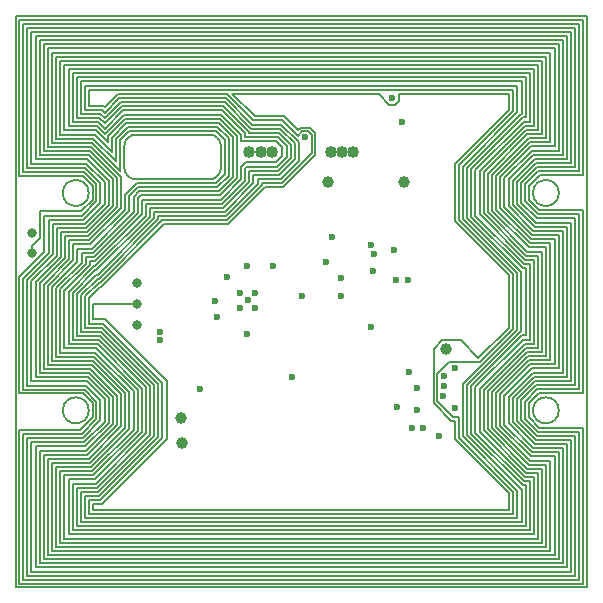
<source format=gbr>
%TF.GenerationSoftware,KiCad,Pcbnew,5.0.2-bee76a0~70~ubuntu18.04.1*%
%TF.CreationDate,2020-02-29T17:16:54-08:00*%
%TF.ProjectId,SolarCellZ_v1,536f6c61-7243-4656-9c6c-5a5f76312e6b,rev?*%
%TF.SameCoordinates,Original*%
%TF.FileFunction,Copper,L3,Inr*%
%TF.FilePolarity,Positive*%
%FSLAX46Y46*%
G04 Gerber Fmt 4.6, Leading zero omitted, Abs format (unit mm)*
G04 Created by KiCad (PCBNEW 5.0.2-bee76a0~70~ubuntu18.04.1) date Sat 29 Feb 2020 05:16:54 PM PST*
%MOMM*%
%LPD*%
G01*
G04 APERTURE LIST*
%ADD10C,0.200000*%
%ADD11C,1.016000*%
%ADD12C,1.000000*%
%ADD13C,0.600000*%
%ADD14C,0.800000*%
%ADD15C,0.190000*%
G04 APERTURE END LIST*
D10*
X136007500Y-73391000D02*
G75*
G03X136007500Y-73391000I-1100000J0D01*
G01*
X96207500Y-73391000D02*
G75*
G03X96207500Y-73391000I-1100000J0D01*
G01*
X107407500Y-52841000D02*
G75*
G02X106407500Y-53841000I-1000000J0D01*
G01*
X100207500Y-53841000D02*
G75*
G02X99207500Y-52841000I0J1000000D01*
G01*
X106407500Y-50041000D02*
G75*
G02X107407500Y-51041000I0J-1000000D01*
G01*
X99207500Y-51041000D02*
G75*
G02X100207500Y-50041000I1000000J0D01*
G01*
X96207500Y-54991000D02*
G75*
G03X96207500Y-54991000I-1100000J0D01*
G01*
X106407500Y-50041000D02*
X100207500Y-50041000D01*
X138407500Y-39991000D02*
X138407500Y-88391000D01*
X138407500Y-88391000D02*
X90007500Y-88391000D01*
X90007500Y-88391000D02*
X90007500Y-39991000D01*
X90007500Y-39991000D02*
X138407500Y-39991000D01*
X100207500Y-53841000D02*
X106407500Y-53841000D01*
X136007500Y-54991000D02*
G75*
G03X136007500Y-54991000I-1100000J0D01*
G01*
X107407500Y-52841000D02*
X107407500Y-51041000D01*
X99207500Y-51041000D02*
X99207500Y-52841000D01*
D11*
X116700000Y-51500000D03*
X117650000Y-51500000D03*
X111700000Y-51500000D03*
X110750000Y-51500000D03*
X118600000Y-51500000D03*
X109800000Y-51500000D03*
D12*
X116459000Y-54038500D03*
X122936000Y-54038500D03*
X126492000Y-68199000D03*
X104013000Y-74041000D03*
X104076500Y-76200000D03*
D13*
X126300000Y-71300000D03*
X124015500Y-71501000D03*
X120268110Y-61604791D03*
X120078500Y-66357500D03*
X127254000Y-69786500D03*
X123317000Y-70167500D03*
X107032512Y-65473693D03*
X109654340Y-64046100D03*
X110253760Y-64708256D03*
X108983760Y-64708256D03*
X110261400Y-63439040D03*
X108983760Y-63463656D03*
X122237500Y-62357000D03*
X123253500Y-62357000D03*
X122301000Y-73088500D03*
X127254000Y-73215500D03*
X113411000Y-70548500D03*
X122750000Y-48950000D03*
X126301500Y-70485000D03*
X120111294Y-59382647D03*
X126238000Y-72150000D03*
X120396000Y-60198000D03*
X121920000Y-46990000D03*
X122050000Y-59850000D03*
X116763500Y-58710000D03*
X114554000Y-50292000D03*
X124015500Y-73406000D03*
X117602000Y-62166500D03*
X116268500Y-60833000D03*
X109644160Y-66892656D03*
X107886500Y-62103000D03*
X114299990Y-63690500D03*
X117602000Y-63690500D03*
X125900000Y-75550000D03*
X109601000Y-61214000D03*
X111783650Y-61214000D03*
X105664000Y-71628000D03*
X106871078Y-64116433D03*
D14*
X91440000Y-58420000D03*
X91440000Y-60071000D03*
X100330000Y-64389000D03*
X100330000Y-62611000D03*
X100330000Y-66167000D03*
D13*
X123571000Y-74866500D03*
X124523500Y-74866500D03*
X102235000Y-67437000D03*
X102235000Y-66802000D03*
D15*
X96600000Y-64400000D02*
X98541000Y-64400000D01*
X102800000Y-70950000D02*
X97550000Y-65700000D01*
X96600000Y-81350000D02*
X97300000Y-81350000D01*
X96600000Y-81800000D02*
X96600000Y-81350000D01*
X131800000Y-80400000D02*
X131800000Y-81800000D01*
X127200000Y-75800000D02*
X131800000Y-80400000D01*
X126900000Y-74300000D02*
X127200000Y-74300000D01*
X125400000Y-68222438D02*
X125400000Y-72800000D01*
X126145439Y-67476999D02*
X125400000Y-68222438D01*
X129200000Y-68950000D02*
X127726999Y-67476999D01*
X127200000Y-57400000D02*
X131750000Y-61950000D01*
X122450000Y-46600000D02*
X131800000Y-46600000D01*
X122450000Y-47232562D02*
X122450000Y-46600000D01*
X121669439Y-47512001D02*
X122170561Y-47512001D01*
X110250000Y-48500000D02*
X108350000Y-46600000D01*
X113900000Y-49700000D02*
X112700000Y-48500000D01*
X114950000Y-49450000D02*
X114150000Y-49450000D01*
X115400000Y-49900000D02*
X114950000Y-49450000D01*
X108000000Y-57650000D02*
X111150000Y-54500000D01*
X96250000Y-63850000D02*
X97150000Y-62950000D01*
X97450000Y-66050000D02*
X96250000Y-66050000D01*
X96250000Y-82150000D02*
X96250000Y-81000000D01*
X132150000Y-82150000D02*
X96250000Y-82150000D01*
X127550000Y-75700000D02*
X132150000Y-80300000D01*
X127550000Y-73950000D02*
X127550000Y-75700000D01*
X125715999Y-72640561D02*
X127025438Y-73950000D01*
X125715999Y-70297939D02*
X125715999Y-72640561D01*
X126749439Y-69264499D02*
X125715999Y-70297939D01*
X132100000Y-66500000D02*
X129335501Y-69264499D01*
X132100000Y-61850000D02*
X132100000Y-66500000D01*
X127550000Y-57300000D02*
X132100000Y-61850000D01*
X127550000Y-52650000D02*
X127550000Y-57300000D01*
X96250000Y-47600000D02*
X96250000Y-46250000D01*
X110150000Y-48850000D02*
X107900000Y-46600000D01*
X112600000Y-48850000D02*
X110150000Y-48850000D01*
X114280001Y-49769999D02*
X113900000Y-50150000D01*
X115076001Y-50041439D02*
X114804561Y-49769999D01*
X112550000Y-54150000D02*
X115076001Y-51623999D01*
X110850000Y-54150000D02*
X112550000Y-54150000D01*
X107900000Y-57300000D02*
X110850000Y-54350000D01*
X96250000Y-66050000D02*
X96250000Y-63850000D01*
X102450000Y-57300000D02*
X107900000Y-57300000D01*
X97250000Y-62950000D02*
X102550000Y-57650000D01*
X95900000Y-63750000D02*
X97050000Y-62600000D01*
X95900000Y-66400000D02*
X95900000Y-63750000D01*
X102100000Y-75650000D02*
X102100000Y-71150000D01*
X97100000Y-80650000D02*
X102100000Y-75650000D01*
X95900000Y-82500000D02*
X95900000Y-80650000D01*
X132500000Y-82500000D02*
X95900000Y-82500000D01*
X102100000Y-71150000D02*
X97350000Y-66400000D01*
X127900000Y-71150000D02*
X127900000Y-75600000D01*
X127900000Y-57200000D02*
X132450000Y-61750000D01*
X132500000Y-45900000D02*
X132500000Y-48150000D01*
X97300000Y-47950000D02*
X95900000Y-47950000D01*
X132150000Y-48050000D02*
X127550000Y-52650000D01*
X97550000Y-48200000D02*
X97300000Y-47950000D01*
X107800000Y-46950000D02*
X98800000Y-46950000D01*
X112500000Y-49200000D02*
X110050000Y-49200000D01*
X97150000Y-62950000D02*
X97250000Y-62950000D01*
X97350000Y-66400000D02*
X95900000Y-66400000D01*
X114000000Y-50700000D02*
X112500000Y-49200000D01*
X114000000Y-52250000D02*
X114000000Y-50700000D01*
X95900000Y-45900000D02*
X132500000Y-45900000D01*
X112450000Y-53800000D02*
X114000000Y-52250000D01*
X107800000Y-56950000D02*
X110500000Y-54250000D01*
X95900000Y-80650000D02*
X97100000Y-80650000D01*
X102100000Y-56950000D02*
X107800000Y-56950000D01*
X102100000Y-57200000D02*
X102100000Y-56950000D01*
X96950000Y-62250000D02*
X97050000Y-62250000D01*
X95550000Y-66750000D02*
X95550000Y-63650000D01*
X97250000Y-66750000D02*
X95550000Y-66750000D01*
X97000000Y-80300000D02*
X101750000Y-75550000D01*
X132850000Y-80100000D02*
X132850000Y-82850000D01*
X111150000Y-54500000D02*
X112650000Y-54500000D01*
X128250000Y-71250000D02*
X128250000Y-75500000D01*
X132850000Y-48300000D02*
X132800000Y-48300000D01*
X95550000Y-45550000D02*
X132850000Y-45550000D01*
X95550000Y-48300000D02*
X95550000Y-45550000D01*
X107700000Y-47300000D02*
X98900000Y-47300000D01*
X109950000Y-49550000D02*
X107700000Y-47300000D01*
X132450000Y-61750000D02*
X132450000Y-66600000D01*
X113650000Y-52150000D02*
X113650000Y-50800000D01*
X107700000Y-56600000D02*
X110150000Y-54150000D01*
X101750000Y-57100000D02*
X101750000Y-56600000D01*
X96950000Y-61900000D02*
X101750000Y-57100000D01*
X95200000Y-67100000D02*
X95200000Y-63550000D01*
X97150000Y-67100000D02*
X95200000Y-67100000D01*
X101400000Y-71350000D02*
X97150000Y-67100000D01*
X101400000Y-75450000D02*
X101400000Y-71350000D01*
X95200000Y-79950000D02*
X96900000Y-79950000D01*
X95200000Y-83200000D02*
X95200000Y-79950000D01*
X133200000Y-83200000D02*
X95200000Y-83200000D01*
X128600000Y-75400000D02*
X132950000Y-79750000D01*
X128600000Y-71350000D02*
X128600000Y-75400000D01*
X132900000Y-67050000D02*
X128600000Y-71350000D01*
X133200000Y-45200000D02*
X133200000Y-48600000D01*
X95200000Y-48650000D02*
X95200000Y-45200000D01*
X110150000Y-53450000D02*
X112350000Y-53450000D01*
X97550000Y-49100000D02*
X97100000Y-48650000D01*
X99000000Y-47650000D02*
X97550000Y-49100000D01*
X113300000Y-50900000D02*
X112300000Y-49900000D01*
X107600000Y-56250000D02*
X109800000Y-54050000D01*
X101400000Y-56250000D02*
X107600000Y-56250000D01*
X96750000Y-61550000D02*
X96850000Y-61550000D01*
X94850000Y-67450000D02*
X94850000Y-63450000D01*
X97050000Y-67450000D02*
X94850000Y-67450000D01*
X101050000Y-71450000D02*
X97050000Y-67450000D01*
X131800000Y-46600000D02*
X131800000Y-47950000D01*
X101050000Y-75350000D02*
X101050000Y-71450000D01*
X96800000Y-79600000D02*
X101050000Y-75350000D01*
X94850000Y-83550000D02*
X94850000Y-79600000D01*
X132800000Y-61650000D02*
X132800000Y-66700000D01*
X109800000Y-53100000D02*
X112250000Y-53100000D01*
X133550000Y-79400000D02*
X133550000Y-83550000D01*
X128950000Y-75300000D02*
X133050000Y-79400000D01*
X128950000Y-71450000D02*
X128950000Y-75300000D01*
X133000000Y-67400000D02*
X128950000Y-71450000D01*
X133550000Y-67400000D02*
X133000000Y-67400000D01*
X133050000Y-48950000D02*
X128950000Y-53050000D01*
X133550000Y-44850000D02*
X133550000Y-48950000D01*
X94850000Y-63450000D02*
X96750000Y-61550000D01*
X97550000Y-49550000D02*
X97000000Y-49000000D01*
X99100000Y-48000000D02*
X97550000Y-49550000D01*
X97550000Y-65700000D02*
X96600000Y-65700000D01*
X107900000Y-46600000D02*
X98700000Y-46600000D01*
X132500000Y-80200000D02*
X132500000Y-82500000D01*
X107500000Y-48000000D02*
X99100000Y-48000000D01*
X109450000Y-49950000D02*
X107500000Y-48000000D01*
X109450000Y-50250000D02*
X109450000Y-49950000D01*
X112200000Y-50250000D02*
X109450000Y-50250000D01*
X112950000Y-51000000D02*
X112200000Y-50250000D01*
X112950000Y-51950000D02*
X112950000Y-51000000D01*
X112150000Y-52750000D02*
X112950000Y-51950000D01*
X109450000Y-53950000D02*
X109450000Y-52900000D01*
X107500000Y-55900000D02*
X109450000Y-53950000D01*
X101050000Y-55900000D02*
X107500000Y-55900000D01*
X96750000Y-61200000D02*
X101050000Y-56900000D01*
X96650000Y-61200000D02*
X96750000Y-61200000D01*
X94500000Y-63350000D02*
X96650000Y-61200000D01*
X96950000Y-67800000D02*
X94500000Y-67800000D01*
X96700000Y-79250000D02*
X100700000Y-75250000D01*
X94500000Y-79250000D02*
X96700000Y-79250000D01*
X132450000Y-66600000D02*
X127900000Y-71150000D01*
X95550000Y-82850000D02*
X95550000Y-80300000D01*
X133900000Y-83900000D02*
X94500000Y-83900000D01*
X133900000Y-60650000D02*
X133900000Y-67750000D01*
X129300000Y-53150000D02*
X129300000Y-56800000D01*
X102450000Y-71050000D02*
X97450000Y-66050000D01*
X133900000Y-49300000D02*
X133150000Y-49300000D01*
X94500000Y-44500000D02*
X133900000Y-44500000D01*
X96900000Y-49350000D02*
X94500000Y-49350000D01*
X97550000Y-50000000D02*
X96900000Y-49350000D01*
X99200000Y-48350000D02*
X97550000Y-50000000D01*
X107400000Y-48350000D02*
X99200000Y-48350000D01*
X109100000Y-50050000D02*
X107400000Y-48350000D01*
X102550000Y-57650000D02*
X108000000Y-57650000D01*
X109100000Y-50600000D02*
X109100000Y-50050000D01*
X133050000Y-79400000D02*
X133550000Y-79400000D01*
X112100000Y-50600000D02*
X109100000Y-50600000D01*
X112600000Y-51100000D02*
X112100000Y-50600000D01*
X109100000Y-52800000D02*
X109500000Y-52400000D01*
X107400000Y-55550000D02*
X109100000Y-53850000D01*
X97300000Y-81350000D02*
X102800000Y-75850000D01*
X96850000Y-68150000D02*
X94150000Y-68150000D01*
X100350000Y-75150000D02*
X100350000Y-71650000D01*
X134250000Y-84250000D02*
X94150000Y-84250000D01*
X136000000Y-42400000D02*
X136000000Y-51400000D01*
X96300000Y-60750000D02*
X96750000Y-60750000D01*
X129650000Y-71650000D02*
X129650000Y-75100000D01*
X97800000Y-50700000D02*
X96800000Y-49700000D01*
X133250000Y-49650000D02*
X129650000Y-53250000D01*
X134250000Y-49650000D02*
X133250000Y-49650000D01*
X113300000Y-52050000D02*
X113300000Y-50900000D01*
X96800000Y-49700000D02*
X94150000Y-49700000D01*
X100000000Y-75050000D02*
X100000000Y-71750000D01*
X93800000Y-63150000D02*
X95950000Y-61000000D01*
X100700000Y-56800000D02*
X100700000Y-55550000D01*
X96750000Y-68500000D02*
X93800000Y-68500000D01*
X109800000Y-54050000D02*
X109800000Y-53100000D01*
X95850000Y-57600000D02*
X97550000Y-55900000D01*
X93800000Y-78550000D02*
X96500000Y-78550000D01*
X93150000Y-60200000D02*
X93150000Y-57600000D01*
X94150000Y-84250000D02*
X94150000Y-78900000D01*
X130700000Y-71950000D02*
X130700000Y-74800000D01*
X93800000Y-84600000D02*
X93800000Y-78550000D01*
X90329510Y-40313010D02*
X138085490Y-40313010D01*
X134600000Y-84600000D02*
X93800000Y-84600000D01*
X135300000Y-59250000D02*
X135300000Y-69150000D01*
X134600000Y-78350000D02*
X134600000Y-84600000D01*
X95200000Y-63550000D02*
X96850000Y-61900000D01*
X133350000Y-78350000D02*
X134600000Y-78350000D01*
X98600000Y-72150000D02*
X96350000Y-69900000D01*
X130000000Y-75000000D02*
X133350000Y-78350000D01*
X133550000Y-48950000D02*
X133050000Y-48950000D01*
X134250000Y-60300000D02*
X134250000Y-68100000D01*
X100700000Y-75250000D02*
X100700000Y-71550000D01*
X133300000Y-68450000D02*
X130000000Y-71750000D01*
X112050000Y-52400000D02*
X112600000Y-51850000D01*
X134600000Y-59950000D02*
X134600000Y-68450000D01*
X133350000Y-59950000D02*
X134600000Y-59950000D01*
X133600000Y-69500000D02*
X131050000Y-72050000D01*
X130000000Y-53350000D02*
X130000000Y-56600000D01*
X109800000Y-49850000D02*
X107600000Y-47650000D01*
X129650000Y-56700000D02*
X133250000Y-60300000D01*
X134600000Y-43800000D02*
X134600000Y-50000000D01*
X93800000Y-50050000D02*
X93800000Y-43800000D01*
X108750000Y-53750000D02*
X108750000Y-50150000D01*
X96700000Y-50050000D02*
X93800000Y-50050000D01*
X98150000Y-51500000D02*
X96700000Y-50050000D01*
X102800000Y-75850000D02*
X102800000Y-70950000D01*
X112650000Y-54500000D02*
X115400000Y-51750000D01*
X99400000Y-49050000D02*
X98150000Y-50300000D01*
X107200000Y-54850000D02*
X108400000Y-53650000D01*
X100000000Y-56600000D02*
X100000000Y-55350000D01*
X91000000Y-71300000D02*
X91000000Y-62350000D01*
X96550000Y-60050000D02*
X100000000Y-56600000D01*
X94150000Y-78900000D02*
X96600000Y-78900000D01*
X92400000Y-51450000D02*
X92400000Y-42400000D01*
X95600000Y-60900000D02*
X95600000Y-60050000D01*
X93450000Y-68850000D02*
X93450000Y-63050000D01*
X110050000Y-49200000D02*
X107800000Y-46950000D01*
X99650000Y-71850000D02*
X96650000Y-68850000D01*
X137400000Y-57150000D02*
X137400000Y-71250000D01*
X99650000Y-74950000D02*
X99650000Y-71850000D01*
X95800000Y-76100000D02*
X97550000Y-74350000D01*
X96400000Y-78200000D02*
X99650000Y-74950000D01*
X94500000Y-49350000D02*
X94500000Y-44500000D01*
X96650000Y-60400000D02*
X100350000Y-56700000D01*
X93450000Y-78200000D02*
X96400000Y-78200000D01*
X134950000Y-84950000D02*
X93450000Y-84950000D01*
X101750000Y-75550000D02*
X101750000Y-71250000D01*
X133550000Y-83550000D02*
X94850000Y-83550000D01*
X134250000Y-68100000D02*
X133200000Y-68100000D01*
X133450000Y-78000000D02*
X134950000Y-78000000D01*
X130350000Y-71850000D02*
X130350000Y-74900000D01*
X95550000Y-80300000D02*
X97000000Y-80300000D01*
X133450000Y-59600000D02*
X134950000Y-59600000D01*
X133200000Y-67050000D02*
X132900000Y-67050000D01*
X130350000Y-56500000D02*
X133450000Y-59600000D01*
X134950000Y-43450000D02*
X134950000Y-50350000D01*
X129300000Y-56800000D02*
X133150000Y-60650000D01*
X93450000Y-43450000D02*
X134950000Y-43450000D01*
X98500000Y-52300000D02*
X96600000Y-50400000D01*
X93450000Y-50400000D02*
X93450000Y-43450000D01*
X129650000Y-53250000D02*
X129650000Y-56700000D01*
X96600000Y-50400000D02*
X93450000Y-50400000D01*
X131750000Y-74500000D02*
X133850000Y-76600000D01*
X99500000Y-49400000D02*
X98500000Y-50400000D01*
X107100000Y-49400000D02*
X99500000Y-49400000D01*
X97200000Y-81000000D02*
X102450000Y-75750000D01*
X133550000Y-50700000D02*
X130700000Y-53550000D01*
X97900000Y-53950000D02*
X96100000Y-52150000D01*
X108050000Y-50350000D02*
X107100000Y-49400000D01*
X127900000Y-75600000D02*
X132500000Y-80200000D01*
X108050000Y-53550000D02*
X108050000Y-50350000D01*
X132150000Y-46250000D02*
X132150000Y-48050000D01*
X107100000Y-54500000D02*
X108050000Y-53550000D01*
X99650000Y-55250000D02*
X100400000Y-54500000D01*
X112300000Y-49900000D02*
X109800000Y-49900000D01*
X133150000Y-79050000D02*
X133900000Y-79050000D01*
X96450000Y-59700000D02*
X99650000Y-56500000D01*
X134050000Y-57500000D02*
X137050000Y-57500000D01*
X134600000Y-50000000D02*
X133350000Y-50000000D01*
X132800000Y-48300000D02*
X128250000Y-52850000D01*
X95250000Y-59700000D02*
X96450000Y-59700000D01*
X97050000Y-62600000D02*
X97150000Y-62600000D01*
X94150000Y-63250000D02*
X96300000Y-61100000D01*
X97550000Y-74350000D02*
X97550000Y-72450000D01*
X95250000Y-60800000D02*
X95250000Y-59700000D01*
X110150000Y-54150000D02*
X110150000Y-53450000D01*
X93100000Y-69200000D02*
X93100000Y-62950000D01*
X132100000Y-56000000D02*
X133950000Y-57850000D01*
X96550000Y-69200000D02*
X93100000Y-69200000D01*
X99300000Y-71950000D02*
X96550000Y-69200000D01*
X113900000Y-50150000D02*
X112600000Y-48850000D01*
X100700000Y-71550000D02*
X96950000Y-67800000D01*
X134950000Y-59600000D02*
X134950000Y-68800000D01*
X135300000Y-69150000D02*
X133500000Y-69150000D01*
X134600000Y-68450000D02*
X133300000Y-68450000D01*
X99650000Y-56500000D02*
X99650000Y-55250000D01*
X127726999Y-67476999D02*
X126145439Y-67476999D01*
X99300000Y-74850000D02*
X99300000Y-71950000D01*
X98500000Y-50400000D02*
X98500000Y-52300000D01*
X128950000Y-56900000D02*
X133050000Y-61000000D01*
X134250000Y-53150000D02*
X133150000Y-54250000D01*
X93100000Y-77850000D02*
X96300000Y-77850000D01*
X91000000Y-52850000D02*
X91000000Y-41000000D01*
X93100000Y-85300000D02*
X93100000Y-77850000D01*
X92400000Y-69900000D02*
X92400000Y-62750000D01*
X133550000Y-77650000D02*
X135300000Y-77650000D01*
X131750000Y-53850000D02*
X131750000Y-56100000D01*
X95600000Y-60050000D02*
X96550000Y-60050000D01*
X135300000Y-50700000D02*
X133550000Y-50700000D01*
X130350000Y-53450000D02*
X130350000Y-56500000D01*
X135300000Y-43100000D02*
X135300000Y-50700000D01*
X133950000Y-76250000D02*
X136700000Y-76250000D01*
X106964961Y-49718990D02*
X99650038Y-49718990D01*
X107733137Y-50487166D02*
X106964961Y-49718990D01*
X95650000Y-56900000D02*
X96850000Y-55700000D01*
X93100000Y-43100000D02*
X135300000Y-43100000D01*
X107733137Y-53394833D02*
X107733137Y-50487166D01*
X130700000Y-56400000D02*
X133550000Y-59250000D01*
X131800000Y-47950000D02*
X127200000Y-52550000D01*
X106964960Y-54163010D02*
X107733137Y-53394833D01*
X100286990Y-54163010D02*
X106964960Y-54163010D01*
X94900000Y-59350000D02*
X96350000Y-59350000D01*
X96450000Y-69550000D02*
X92750000Y-69550000D01*
X110500000Y-54250000D02*
X110500000Y-53800000D01*
X98950000Y-72050000D02*
X96450000Y-69550000D01*
X96850000Y-61900000D02*
X96950000Y-61900000D01*
X97200000Y-55800000D02*
X97200000Y-54150000D01*
X96200000Y-77500000D02*
X98950000Y-74750000D01*
X98850000Y-53100000D02*
X96500000Y-50750000D01*
X135650000Y-77300000D02*
X135650000Y-85650000D01*
X99300000Y-48700000D02*
X97800000Y-50200000D01*
X131050000Y-74700000D02*
X133650000Y-77300000D01*
X99300000Y-56400000D02*
X99300000Y-55150000D01*
X108350000Y-46600000D02*
X120757438Y-46600000D01*
X135650000Y-69500000D02*
X133600000Y-69500000D01*
X134250000Y-78700000D02*
X134250000Y-84250000D01*
X131050000Y-53650000D02*
X131050000Y-56300000D01*
X127200000Y-74300000D02*
X127200000Y-75800000D01*
X128250000Y-75500000D02*
X132850000Y-80100000D01*
X132950000Y-79750000D02*
X133200000Y-79750000D01*
X137050000Y-41350000D02*
X137050000Y-52450000D01*
X133250000Y-78700000D02*
X134250000Y-78700000D01*
X94900000Y-60700000D02*
X94900000Y-59350000D01*
X133650000Y-51050000D02*
X131050000Y-53650000D01*
X135650000Y-42750000D02*
X135650000Y-51050000D01*
X133200000Y-48600000D02*
X132950000Y-48600000D01*
X98950000Y-53650000D02*
X96400000Y-51100000D01*
X98900000Y-47300000D02*
X97550000Y-48650000D01*
X98950000Y-56300000D02*
X98950000Y-53650000D01*
X96600000Y-78900000D02*
X100350000Y-75150000D01*
X133200000Y-61350000D02*
X133200000Y-67050000D01*
X134050000Y-75900000D02*
X137050000Y-75900000D01*
X94550000Y-59000000D02*
X96250000Y-59000000D01*
X114804561Y-49769999D02*
X114280001Y-49769999D01*
X96400000Y-51100000D02*
X92750000Y-51100000D01*
X115400000Y-51750000D02*
X115400000Y-49900000D01*
X92400000Y-62750000D02*
X94550000Y-60600000D01*
X96300000Y-77850000D02*
X99300000Y-74850000D01*
X96350000Y-69900000D02*
X92400000Y-69900000D01*
X109500000Y-52400000D02*
X112050000Y-52400000D01*
X98600000Y-74650000D02*
X98600000Y-72150000D01*
X92400000Y-86000000D02*
X92400000Y-77150000D01*
X131400000Y-72150000D02*
X131400000Y-74600000D01*
X133750000Y-76950000D02*
X136000000Y-76950000D01*
X94850000Y-44850000D02*
X133550000Y-44850000D01*
X131400000Y-74600000D02*
X133750000Y-76950000D01*
X110850000Y-54350000D02*
X110850000Y-54150000D01*
X100500000Y-54850000D02*
X107200000Y-54850000D01*
X96650000Y-68850000D02*
X93450000Y-68850000D01*
X133700000Y-69850000D02*
X131400000Y-72150000D01*
X132850000Y-45550000D02*
X132850000Y-48300000D01*
X136000000Y-69850000D02*
X133700000Y-69850000D01*
X136000000Y-58550000D02*
X136000000Y-69850000D01*
X97550000Y-48650000D02*
X97200000Y-48300000D01*
X100350000Y-56700000D02*
X100350000Y-55450000D01*
X96750000Y-60750000D02*
X100700000Y-56800000D01*
X137750000Y-75200000D02*
X137750000Y-87750000D01*
X92750000Y-69550000D02*
X92750000Y-62850000D01*
X91700000Y-52150000D02*
X91700000Y-41700000D01*
X133750000Y-58550000D02*
X136000000Y-58550000D01*
X101750000Y-71250000D02*
X97250000Y-66750000D01*
X92750000Y-42750000D02*
X135650000Y-42750000D01*
X95200000Y-45200000D02*
X133200000Y-45200000D01*
X90329510Y-62120490D02*
X92450000Y-60000000D01*
X95850000Y-71650000D02*
X90650000Y-71650000D01*
X131400000Y-56200000D02*
X133750000Y-58550000D01*
X130000000Y-56600000D02*
X133350000Y-59950000D01*
X114150000Y-49450000D02*
X113900000Y-49700000D01*
X115076001Y-51623999D02*
X115076001Y-50041439D01*
X93450000Y-63050000D02*
X95600000Y-60900000D01*
X135300000Y-77650000D02*
X135300000Y-85300000D01*
X136000000Y-86000000D02*
X92400000Y-86000000D01*
X96532312Y-55581178D02*
X96532312Y-54400821D01*
X109450000Y-52900000D02*
X109600000Y-52750000D01*
X92800000Y-57250000D02*
X95750000Y-57250000D01*
X138085490Y-56450000D02*
X138085490Y-71950000D01*
X98600000Y-56200000D02*
X98600000Y-53750000D01*
X97050000Y-62250000D02*
X102100000Y-57200000D01*
X94200000Y-58650000D02*
X96150000Y-58650000D01*
X134950000Y-78000000D02*
X134950000Y-84950000D01*
X131750000Y-61950000D02*
X131750000Y-66400000D01*
X96850000Y-54250000D02*
X95800000Y-53200000D01*
X98250000Y-74550000D02*
X98250000Y-72250000D01*
X136350000Y-76600000D02*
X136350000Y-86350000D01*
X100350000Y-71650000D02*
X96850000Y-68150000D01*
X96250000Y-59000000D02*
X98950000Y-56300000D01*
X133850000Y-76600000D02*
X136350000Y-76600000D01*
X90650000Y-87750000D02*
X90650000Y-75400000D01*
X95563490Y-56550000D02*
X96532312Y-55581178D01*
X92750000Y-77500000D02*
X96200000Y-77500000D01*
X136700000Y-57850000D02*
X136700000Y-70550000D01*
X131750000Y-72250000D02*
X131750000Y-74500000D01*
X136350000Y-70200000D02*
X133800000Y-70200000D01*
X132950000Y-48600000D02*
X128600000Y-52950000D01*
X133850000Y-58200000D02*
X136350000Y-58200000D01*
X94200000Y-60500000D02*
X94200000Y-58650000D01*
X131750000Y-56100000D02*
X133850000Y-58200000D01*
X92450000Y-60000000D02*
X92450000Y-56900000D01*
X131400000Y-53750000D02*
X131400000Y-56200000D01*
X93500000Y-57950000D02*
X95950000Y-57950000D01*
X133150000Y-49300000D02*
X129300000Y-53150000D01*
X137750000Y-71600000D02*
X134200000Y-71600000D01*
X96300000Y-61100000D02*
X96300000Y-60750000D01*
X133100000Y-67750000D02*
X129300000Y-71550000D01*
X132800000Y-74200000D02*
X134150000Y-75550000D01*
X136350000Y-42050000D02*
X136350000Y-51750000D01*
X92050000Y-42050000D02*
X136350000Y-42050000D01*
X96250000Y-70250000D02*
X92050000Y-70250000D01*
X94150000Y-49700000D02*
X94150000Y-44150000D01*
X92050000Y-51800000D02*
X92050000Y-42050000D01*
X96200000Y-51800000D02*
X92050000Y-51800000D01*
X97900000Y-72350000D02*
X96150000Y-70600000D01*
X132100000Y-74400000D02*
X133950000Y-76250000D01*
X95681491Y-53550000D02*
X90329510Y-53550000D01*
X98250000Y-53850000D02*
X96200000Y-51800000D01*
X91350000Y-62450000D02*
X93500000Y-60300000D01*
X93850000Y-58300000D02*
X96050000Y-58300000D01*
X91700000Y-70600000D02*
X91700000Y-62550000D01*
X133950000Y-57850000D02*
X136700000Y-57850000D01*
X96150000Y-70600000D02*
X91700000Y-70600000D01*
X132950000Y-61350000D02*
X133200000Y-61350000D01*
X91700000Y-76450000D02*
X95900000Y-76450000D01*
X91700000Y-86700000D02*
X91700000Y-76450000D01*
X98250000Y-56100000D02*
X98250000Y-53850000D01*
X95691737Y-71960246D02*
X90339754Y-71960246D01*
X91350000Y-41350000D02*
X137050000Y-41350000D01*
X136700000Y-86700000D02*
X91700000Y-86700000D01*
X94150000Y-68150000D02*
X94150000Y-63250000D01*
X96532312Y-72800821D02*
X95691737Y-71960246D01*
X96250000Y-46250000D02*
X132150000Y-46250000D01*
X132100000Y-72350000D02*
X132100000Y-74400000D01*
X133900000Y-70550000D02*
X132100000Y-72350000D01*
X107300000Y-55200000D02*
X108750000Y-53750000D01*
X107300000Y-48700000D02*
X99300000Y-48700000D01*
X128600000Y-52950000D02*
X128600000Y-57000000D01*
X96500000Y-50750000D02*
X93100000Y-50750000D01*
X128950000Y-53050000D02*
X128950000Y-56900000D01*
X93800000Y-43800000D02*
X134600000Y-43800000D01*
X132100000Y-53950000D02*
X132100000Y-56000000D01*
X136700000Y-41700000D02*
X136700000Y-52100000D01*
X97150000Y-62600000D02*
X102450000Y-57300000D01*
X132800000Y-54150000D02*
X132800000Y-55800000D01*
X133482687Y-54400821D02*
X133482687Y-55581178D01*
X112350000Y-53450000D02*
X113650000Y-52150000D01*
X96100000Y-52150000D02*
X91700000Y-52150000D01*
X133200000Y-79750000D02*
X133200000Y-83200000D01*
X91350000Y-70950000D02*
X91350000Y-62450000D01*
X133550000Y-59250000D02*
X135300000Y-59250000D01*
X92050000Y-76800000D02*
X96000000Y-76800000D01*
X110500000Y-53800000D02*
X112450000Y-53800000D01*
X133150000Y-55700000D02*
X134250000Y-56800000D01*
X91350000Y-76100000D02*
X95800000Y-76100000D01*
X129300000Y-71550000D02*
X129300000Y-75200000D01*
X132450000Y-72450000D02*
X132450000Y-74300000D01*
X120757438Y-46600000D02*
X121669439Y-47512001D01*
X134150000Y-57150000D02*
X137400000Y-57150000D01*
X92750000Y-51100000D02*
X92750000Y-42750000D01*
X122170561Y-47512001D02*
X122450000Y-47232562D01*
X133900000Y-44500000D02*
X133900000Y-49300000D01*
X133800000Y-70200000D02*
X131750000Y-72250000D01*
X98150000Y-50300000D02*
X98150000Y-51500000D01*
X136700000Y-76250000D02*
X136700000Y-86700000D01*
X94150000Y-44150000D02*
X134250000Y-44150000D01*
X136000000Y-76950000D02*
X136000000Y-86000000D01*
X92100000Y-56550000D02*
X95563490Y-56550000D01*
X133650000Y-77300000D02*
X135650000Y-77300000D01*
X134000000Y-70900000D02*
X132450000Y-72450000D01*
X137050000Y-57500000D02*
X137050000Y-70900000D01*
X133450000Y-50350000D02*
X130350000Y-53450000D01*
X133550000Y-61000000D02*
X133550000Y-67400000D01*
X132450000Y-55900000D02*
X134050000Y-57500000D01*
X132450000Y-54050000D02*
X132450000Y-55900000D01*
X131050000Y-56300000D02*
X133650000Y-58900000D01*
X91350000Y-87050000D02*
X91350000Y-76100000D01*
X134050000Y-52450000D02*
X132450000Y-54050000D01*
X135300000Y-85300000D02*
X93100000Y-85300000D01*
X133150000Y-60650000D02*
X133900000Y-60650000D01*
X92050000Y-70250000D02*
X92050000Y-62650000D01*
X94500000Y-83900000D02*
X94500000Y-79250000D01*
X133482687Y-73981178D02*
X134351509Y-74850000D01*
X132500000Y-48150000D02*
X127900000Y-52750000D01*
X136350000Y-86350000D02*
X92050000Y-86350000D01*
X137400000Y-52800000D02*
X134150000Y-52800000D01*
X97550000Y-54050000D02*
X96000000Y-52500000D01*
X130350000Y-74900000D02*
X133450000Y-78000000D01*
X135650000Y-51050000D02*
X133650000Y-51050000D01*
X113650000Y-50800000D02*
X112400000Y-49550000D01*
X93850000Y-60400000D02*
X93850000Y-58300000D01*
X125400000Y-72800000D02*
X126900000Y-74300000D01*
X97550000Y-72450000D02*
X96050000Y-70950000D01*
X98800000Y-46950000D02*
X97550000Y-48200000D01*
X93150000Y-57600000D02*
X95850000Y-57600000D01*
X137400000Y-71250000D02*
X134100000Y-71250000D01*
X97550000Y-47750000D02*
X97400000Y-47600000D01*
X96900000Y-79950000D02*
X101400000Y-75450000D01*
X96050000Y-58300000D02*
X98250000Y-56100000D01*
X137050000Y-52450000D02*
X134050000Y-52450000D01*
X112250000Y-53100000D02*
X113300000Y-52050000D01*
X133150000Y-54250000D02*
X133150000Y-55700000D01*
X133200000Y-68100000D02*
X129650000Y-71650000D01*
X130000000Y-71750000D02*
X130000000Y-75000000D01*
X109800000Y-49900000D02*
X109800000Y-49850000D01*
X96100000Y-77150000D02*
X98600000Y-74650000D01*
X109100000Y-53850000D02*
X109100000Y-52800000D01*
X94550000Y-60600000D02*
X94550000Y-59000000D01*
X96850000Y-72650000D02*
X95850000Y-71650000D01*
X128250000Y-52850000D02*
X128250000Y-57100000D01*
X91000000Y-62350000D02*
X93150000Y-60200000D01*
X91000000Y-87400000D02*
X91000000Y-75750000D01*
X97200000Y-54150000D02*
X95900000Y-52850000D01*
X132150000Y-80300000D02*
X132150000Y-82150000D01*
X95700000Y-75750000D02*
X97200000Y-74250000D01*
X136700000Y-70550000D02*
X133900000Y-70550000D01*
X108400000Y-53650000D02*
X108400000Y-50250000D01*
X134383508Y-53500000D02*
X133482687Y-54400821D01*
X133900000Y-79050000D02*
X133900000Y-83900000D01*
X137400000Y-87400000D02*
X91000000Y-87400000D01*
X133400000Y-68800000D02*
X130350000Y-71850000D01*
X133900000Y-67750000D02*
X133100000Y-67750000D01*
X138085490Y-88068990D02*
X90329510Y-88068990D01*
X91350000Y-52500000D02*
X91350000Y-41350000D01*
X133250000Y-60300000D02*
X134250000Y-60300000D01*
X134333508Y-71950000D02*
X133482687Y-72800821D01*
X107200000Y-49050000D02*
X99400000Y-49050000D01*
X92750000Y-62850000D02*
X94900000Y-60700000D01*
X137750000Y-56800000D02*
X137750000Y-71600000D01*
X91700000Y-41700000D02*
X136700000Y-41700000D01*
X134250000Y-56800000D02*
X137750000Y-56800000D01*
X133150000Y-72650000D02*
X133150000Y-74100000D01*
X128600000Y-57000000D02*
X132950000Y-61350000D01*
X96850000Y-55700000D02*
X96850000Y-54250000D01*
X96000000Y-76800000D02*
X98250000Y-74550000D01*
X92450000Y-56900000D02*
X95650000Y-56900000D01*
X97550000Y-55900000D02*
X97550000Y-54050000D01*
X97900000Y-74450000D02*
X97900000Y-72350000D01*
X93100000Y-62950000D02*
X95250000Y-60800000D01*
X132800000Y-55800000D02*
X134150000Y-57150000D01*
X135650000Y-85650000D02*
X92750000Y-85650000D01*
X97000000Y-49000000D02*
X94850000Y-49000000D01*
X90329510Y-75050000D02*
X95463490Y-75050000D01*
X127025438Y-73950000D02*
X127550000Y-73950000D01*
X107600000Y-47650000D02*
X99000000Y-47650000D01*
X137400000Y-41000000D02*
X137400000Y-52800000D01*
X95750000Y-57250000D02*
X97200000Y-55800000D01*
X96600000Y-65700000D02*
X96600000Y-64400000D01*
X96250000Y-81000000D02*
X97200000Y-81000000D01*
X92800000Y-60100000D02*
X92800000Y-57250000D01*
X132800000Y-66700000D02*
X128250000Y-71250000D01*
X95463490Y-75050000D02*
X96532312Y-73981178D01*
X92400000Y-77150000D02*
X96100000Y-77150000D01*
X94850000Y-49000000D02*
X94850000Y-44850000D01*
X134200000Y-71600000D02*
X133150000Y-72650000D01*
X102450000Y-75750000D02*
X102450000Y-71050000D01*
X97400000Y-47600000D02*
X96250000Y-47600000D01*
X108400000Y-50250000D02*
X107200000Y-49050000D01*
X137750000Y-87750000D02*
X90650000Y-87750000D01*
X132850000Y-82850000D02*
X95550000Y-82850000D01*
X94850000Y-79600000D02*
X96800000Y-79600000D01*
X96050000Y-70950000D02*
X91350000Y-70950000D01*
X137050000Y-70900000D02*
X134000000Y-70900000D01*
X98700000Y-46600000D02*
X97550000Y-47750000D01*
X91000000Y-41000000D02*
X137400000Y-41000000D01*
X98950000Y-74750000D02*
X98950000Y-72050000D01*
X95950000Y-61000000D02*
X95950000Y-60400000D01*
X133850000Y-51750000D02*
X131750000Y-53850000D01*
X127200000Y-52550000D02*
X127200000Y-57400000D01*
X112600000Y-51850000D02*
X112600000Y-51100000D01*
X134351509Y-74850000D02*
X138085490Y-74850000D01*
X101400000Y-57000000D02*
X101400000Y-56250000D01*
X134950000Y-68800000D02*
X133400000Y-68800000D01*
X137400000Y-75550000D02*
X137400000Y-87400000D01*
X108750000Y-50150000D02*
X107300000Y-48700000D01*
X91440000Y-59505315D02*
X92100000Y-58845315D01*
X97200000Y-72550000D02*
X95950000Y-71300000D01*
X129335501Y-69264499D02*
X126749439Y-69264499D01*
X95550000Y-63650000D02*
X96950000Y-62250000D01*
X97200000Y-74250000D02*
X97200000Y-72550000D01*
X93800000Y-68500000D02*
X93800000Y-63150000D01*
X100600000Y-55200000D02*
X107300000Y-55200000D01*
X92050000Y-86350000D02*
X92050000Y-76800000D01*
X137750000Y-53150000D02*
X134250000Y-53150000D01*
X134100000Y-71250000D02*
X132800000Y-72550000D01*
X95900000Y-76450000D02*
X97900000Y-74450000D01*
X95800000Y-53200000D02*
X90650000Y-53200000D01*
X96532312Y-54400821D02*
X95681491Y-53550000D01*
X95900000Y-52850000D02*
X91000000Y-52850000D01*
X98250000Y-72250000D02*
X96250000Y-70250000D01*
X100400000Y-54500000D02*
X107100000Y-54500000D01*
X130700000Y-74800000D02*
X133550000Y-77650000D01*
X137050000Y-75900000D02*
X137050000Y-87050000D01*
X134250000Y-44150000D02*
X134250000Y-49650000D01*
X133150000Y-74100000D02*
X134250000Y-75200000D01*
X101050000Y-56900000D02*
X101050000Y-55900000D01*
X90329510Y-71950002D02*
X90329510Y-62120490D01*
X95900000Y-47950000D02*
X95900000Y-45900000D01*
X97800000Y-50200000D02*
X97800000Y-50700000D01*
X95950000Y-60400000D02*
X96650000Y-60400000D01*
X133050000Y-61000000D02*
X133550000Y-61000000D01*
X134250000Y-75200000D02*
X137750000Y-75200000D01*
X129650000Y-75100000D02*
X133250000Y-78700000D01*
X137050000Y-87050000D02*
X91350000Y-87050000D01*
X96000000Y-52500000D02*
X91350000Y-52500000D01*
X137750000Y-40650000D02*
X137750000Y-53150000D01*
X136350000Y-51750000D02*
X133850000Y-51750000D01*
X100700000Y-55550000D02*
X107400000Y-55550000D01*
X96532312Y-73981178D02*
X96532312Y-72800821D01*
X100000000Y-71750000D02*
X96750000Y-68500000D01*
X90650000Y-40650000D02*
X137750000Y-40650000D01*
X92050000Y-62650000D02*
X94200000Y-60500000D01*
X90650000Y-71650000D02*
X90650000Y-62250000D01*
X134150000Y-52800000D02*
X132800000Y-54150000D01*
X131750000Y-66400000D02*
X129200000Y-68950000D01*
X97900000Y-56000000D02*
X97900000Y-53950000D01*
X96500000Y-78550000D02*
X100000000Y-75050000D01*
X92750000Y-85650000D02*
X92750000Y-77500000D01*
X133950000Y-52100000D02*
X132100000Y-53950000D01*
X94500000Y-67800000D02*
X94500000Y-63350000D01*
X138085490Y-74850000D02*
X138085490Y-88068990D01*
X128250000Y-57100000D02*
X132800000Y-61650000D01*
X96850000Y-74150000D02*
X96850000Y-72650000D01*
X133482687Y-72800821D02*
X133482687Y-73981178D01*
X95600000Y-75400000D02*
X96850000Y-74150000D01*
X127900000Y-52750000D02*
X127900000Y-57200000D01*
X132450000Y-74300000D02*
X134050000Y-75900000D01*
X97100000Y-48650000D02*
X95200000Y-48650000D01*
X138085490Y-71950000D02*
X134333508Y-71950000D01*
X133350000Y-50000000D02*
X130000000Y-53350000D01*
X99300000Y-55150000D02*
X100286990Y-54163010D01*
X90650000Y-53200000D02*
X90650000Y-40650000D01*
X90329510Y-88068990D02*
X90329510Y-75050000D01*
X98600000Y-53750000D02*
X96300000Y-51450000D01*
X100350000Y-55450000D02*
X100600000Y-55200000D01*
X96150000Y-58650000D02*
X98600000Y-56200000D01*
X131800000Y-81800000D02*
X96600000Y-81800000D01*
X95950000Y-57950000D02*
X97900000Y-56000000D01*
X134351509Y-56450000D02*
X138085490Y-56450000D01*
X92400000Y-42400000D02*
X136000000Y-42400000D01*
X133482687Y-55581178D02*
X134351509Y-56450000D01*
X130700000Y-53550000D02*
X130700000Y-56400000D01*
X91440000Y-60071000D02*
X91440000Y-59505315D01*
X90329510Y-53550000D02*
X90329510Y-40313010D01*
X112700000Y-48500000D02*
X110250000Y-48500000D01*
X96300000Y-51450000D02*
X92400000Y-51450000D01*
X97200000Y-48300000D02*
X95550000Y-48300000D01*
X95950000Y-71300000D02*
X91000000Y-71300000D01*
X109600000Y-52750000D02*
X112150000Y-52750000D01*
X91000000Y-75750000D02*
X95700000Y-75750000D01*
X96350000Y-59350000D02*
X99300000Y-56400000D01*
X136350000Y-58200000D02*
X136350000Y-70200000D01*
X136700000Y-52100000D02*
X133950000Y-52100000D01*
X138085490Y-40313010D02*
X138085490Y-53500000D01*
X134950000Y-50350000D02*
X133450000Y-50350000D01*
X93450000Y-84950000D02*
X93450000Y-78200000D01*
X133500000Y-69150000D02*
X130700000Y-71950000D01*
X131050000Y-72050000D02*
X131050000Y-74700000D01*
X134150000Y-75550000D02*
X137400000Y-75550000D01*
X96850000Y-61550000D02*
X101400000Y-57000000D01*
X100000000Y-55350000D02*
X100500000Y-54850000D01*
X132800000Y-72550000D02*
X132800000Y-74200000D01*
X90650000Y-62250000D02*
X92800000Y-60100000D01*
X90339754Y-71960246D02*
X90329510Y-71950002D01*
X133650000Y-58900000D02*
X135650000Y-58900000D01*
X112400000Y-49550000D02*
X109950000Y-49550000D01*
X93500000Y-60300000D02*
X93500000Y-57950000D01*
X133750000Y-51400000D02*
X131400000Y-53750000D01*
X91700000Y-62550000D02*
X93850000Y-60400000D01*
X101750000Y-56600000D02*
X107700000Y-56600000D01*
X98850000Y-50519028D02*
X98850000Y-53100000D01*
X129300000Y-75200000D02*
X133150000Y-79050000D01*
X93100000Y-50750000D02*
X93100000Y-43100000D01*
X92100000Y-58845315D02*
X92100000Y-56550000D01*
X99650038Y-49718990D02*
X98850000Y-50519028D01*
X138085490Y-53500000D02*
X134383508Y-53500000D01*
X135650000Y-58900000D02*
X135650000Y-69500000D01*
X90650000Y-75400000D02*
X95600000Y-75400000D01*
X136000000Y-51400000D02*
X133750000Y-51400000D01*
X98552000Y-64389000D02*
X100330000Y-64389000D01*
X98541000Y-64400000D02*
X98552000Y-64389000D01*
M02*

</source>
